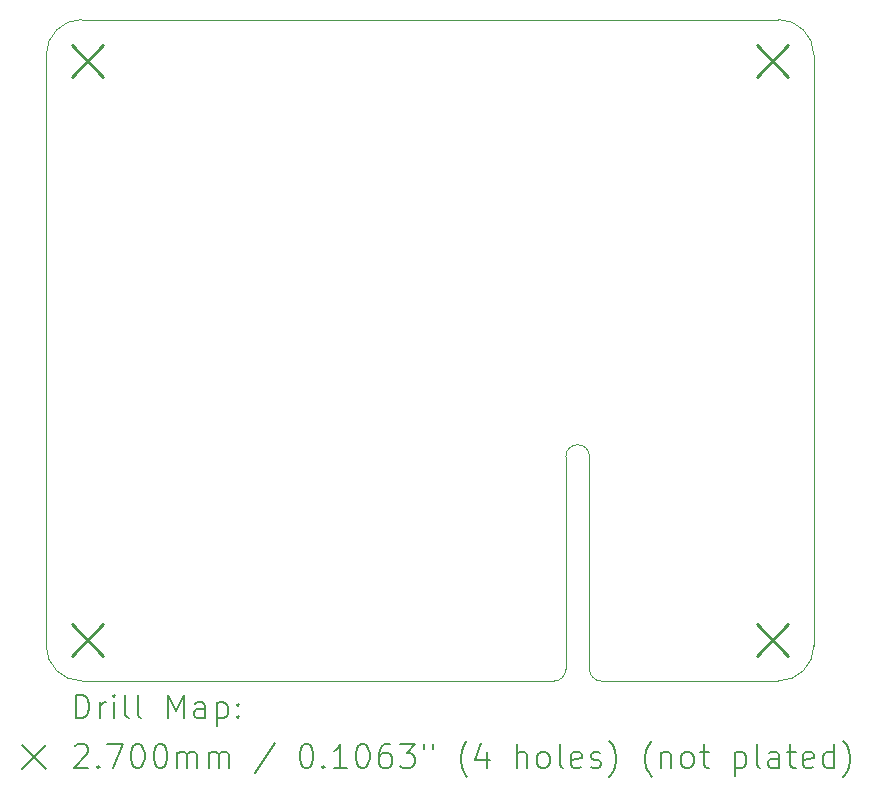
<source format=gbr>
%FSLAX45Y45*%
G04 Gerber Fmt 4.5, Leading zero omitted, Abs format (unit mm)*
G04 Created by KiCad (PCBNEW 6.0.2+dfsg-1) date 2022-08-15 18:06:53*
%MOMM*%
%LPD*%
G01*
G04 APERTURE LIST*
%TA.AperFunction,Profile*%
%ADD10C,0.100000*%
%TD*%
%ADD11C,0.200000*%
%ADD12C,0.270000*%
G04 APERTURE END LIST*
D10*
X13575000Y-8732500D02*
G75*
G03*
X13375000Y-8732500I-100000J0D01*
G01*
X15475000Y-5332500D02*
G75*
G03*
X15175000Y-5032500I-300000J0D01*
G01*
X15175000Y-5032500D02*
X9275000Y-5032500D01*
X13575000Y-8732500D02*
X13575000Y-10532500D01*
X9275000Y-10632500D02*
X13275000Y-10632500D01*
X9275000Y-5032500D02*
G75*
G03*
X8975000Y-5332500I0J-300000D01*
G01*
X13575000Y-10532500D02*
G75*
G03*
X13675000Y-10632500I100000J0D01*
G01*
X8975000Y-10332500D02*
G75*
G03*
X9275000Y-10632500I300000J0D01*
G01*
X15175000Y-10632500D02*
G75*
G03*
X15475000Y-10332500I0J300000D01*
G01*
X15475000Y-10332500D02*
X15475000Y-5332500D01*
X8975000Y-5332500D02*
X8975000Y-10332500D01*
X13675000Y-10632500D02*
X15175000Y-10632500D01*
X13275000Y-10632500D02*
G75*
G03*
X13375000Y-10532500I1J99999D01*
G01*
X13375000Y-10532500D02*
X13375000Y-8732500D01*
D11*
D12*
X9190000Y-5247500D02*
X9460000Y-5517500D01*
X9460000Y-5247500D02*
X9190000Y-5517500D01*
X9190000Y-10147500D02*
X9460000Y-10417500D01*
X9460000Y-10147500D02*
X9190000Y-10417500D01*
X14990000Y-5247500D02*
X15260000Y-5517500D01*
X15260000Y-5247500D02*
X14990000Y-5517500D01*
X14990000Y-10147500D02*
X15260000Y-10417500D01*
X15260000Y-10147500D02*
X14990000Y-10417500D01*
D11*
X9227619Y-10947976D02*
X9227619Y-10747976D01*
X9275238Y-10747976D01*
X9303810Y-10757500D01*
X9322857Y-10776548D01*
X9332381Y-10795595D01*
X9341905Y-10833690D01*
X9341905Y-10862262D01*
X9332381Y-10900357D01*
X9322857Y-10919405D01*
X9303810Y-10938452D01*
X9275238Y-10947976D01*
X9227619Y-10947976D01*
X9427619Y-10947976D02*
X9427619Y-10814643D01*
X9427619Y-10852738D02*
X9437143Y-10833690D01*
X9446667Y-10824167D01*
X9465714Y-10814643D01*
X9484762Y-10814643D01*
X9551429Y-10947976D02*
X9551429Y-10814643D01*
X9551429Y-10747976D02*
X9541905Y-10757500D01*
X9551429Y-10767024D01*
X9560952Y-10757500D01*
X9551429Y-10747976D01*
X9551429Y-10767024D01*
X9675238Y-10947976D02*
X9656190Y-10938452D01*
X9646667Y-10919405D01*
X9646667Y-10747976D01*
X9780000Y-10947976D02*
X9760952Y-10938452D01*
X9751429Y-10919405D01*
X9751429Y-10747976D01*
X10008571Y-10947976D02*
X10008571Y-10747976D01*
X10075238Y-10890833D01*
X10141905Y-10747976D01*
X10141905Y-10947976D01*
X10322857Y-10947976D02*
X10322857Y-10843214D01*
X10313333Y-10824167D01*
X10294286Y-10814643D01*
X10256190Y-10814643D01*
X10237143Y-10824167D01*
X10322857Y-10938452D02*
X10303810Y-10947976D01*
X10256190Y-10947976D01*
X10237143Y-10938452D01*
X10227619Y-10919405D01*
X10227619Y-10900357D01*
X10237143Y-10881310D01*
X10256190Y-10871786D01*
X10303810Y-10871786D01*
X10322857Y-10862262D01*
X10418095Y-10814643D02*
X10418095Y-11014643D01*
X10418095Y-10824167D02*
X10437143Y-10814643D01*
X10475238Y-10814643D01*
X10494286Y-10824167D01*
X10503810Y-10833690D01*
X10513333Y-10852738D01*
X10513333Y-10909881D01*
X10503810Y-10928929D01*
X10494286Y-10938452D01*
X10475238Y-10947976D01*
X10437143Y-10947976D01*
X10418095Y-10938452D01*
X10599048Y-10928929D02*
X10608571Y-10938452D01*
X10599048Y-10947976D01*
X10589524Y-10938452D01*
X10599048Y-10928929D01*
X10599048Y-10947976D01*
X10599048Y-10824167D02*
X10608571Y-10833690D01*
X10599048Y-10843214D01*
X10589524Y-10833690D01*
X10599048Y-10824167D01*
X10599048Y-10843214D01*
X8770000Y-11177500D02*
X8970000Y-11377500D01*
X8970000Y-11177500D02*
X8770000Y-11377500D01*
X9218095Y-11187024D02*
X9227619Y-11177500D01*
X9246667Y-11167976D01*
X9294286Y-11167976D01*
X9313333Y-11177500D01*
X9322857Y-11187024D01*
X9332381Y-11206071D01*
X9332381Y-11225119D01*
X9322857Y-11253690D01*
X9208571Y-11367976D01*
X9332381Y-11367976D01*
X9418095Y-11348928D02*
X9427619Y-11358452D01*
X9418095Y-11367976D01*
X9408571Y-11358452D01*
X9418095Y-11348928D01*
X9418095Y-11367976D01*
X9494286Y-11167976D02*
X9627619Y-11167976D01*
X9541905Y-11367976D01*
X9741905Y-11167976D02*
X9760952Y-11167976D01*
X9780000Y-11177500D01*
X9789524Y-11187024D01*
X9799048Y-11206071D01*
X9808571Y-11244167D01*
X9808571Y-11291786D01*
X9799048Y-11329881D01*
X9789524Y-11348928D01*
X9780000Y-11358452D01*
X9760952Y-11367976D01*
X9741905Y-11367976D01*
X9722857Y-11358452D01*
X9713333Y-11348928D01*
X9703810Y-11329881D01*
X9694286Y-11291786D01*
X9694286Y-11244167D01*
X9703810Y-11206071D01*
X9713333Y-11187024D01*
X9722857Y-11177500D01*
X9741905Y-11167976D01*
X9932381Y-11167976D02*
X9951429Y-11167976D01*
X9970476Y-11177500D01*
X9980000Y-11187024D01*
X9989524Y-11206071D01*
X9999048Y-11244167D01*
X9999048Y-11291786D01*
X9989524Y-11329881D01*
X9980000Y-11348928D01*
X9970476Y-11358452D01*
X9951429Y-11367976D01*
X9932381Y-11367976D01*
X9913333Y-11358452D01*
X9903810Y-11348928D01*
X9894286Y-11329881D01*
X9884762Y-11291786D01*
X9884762Y-11244167D01*
X9894286Y-11206071D01*
X9903810Y-11187024D01*
X9913333Y-11177500D01*
X9932381Y-11167976D01*
X10084762Y-11367976D02*
X10084762Y-11234643D01*
X10084762Y-11253690D02*
X10094286Y-11244167D01*
X10113333Y-11234643D01*
X10141905Y-11234643D01*
X10160952Y-11244167D01*
X10170476Y-11263214D01*
X10170476Y-11367976D01*
X10170476Y-11263214D02*
X10180000Y-11244167D01*
X10199048Y-11234643D01*
X10227619Y-11234643D01*
X10246667Y-11244167D01*
X10256190Y-11263214D01*
X10256190Y-11367976D01*
X10351429Y-11367976D02*
X10351429Y-11234643D01*
X10351429Y-11253690D02*
X10360952Y-11244167D01*
X10380000Y-11234643D01*
X10408571Y-11234643D01*
X10427619Y-11244167D01*
X10437143Y-11263214D01*
X10437143Y-11367976D01*
X10437143Y-11263214D02*
X10446667Y-11244167D01*
X10465714Y-11234643D01*
X10494286Y-11234643D01*
X10513333Y-11244167D01*
X10522857Y-11263214D01*
X10522857Y-11367976D01*
X10913333Y-11158452D02*
X10741905Y-11415595D01*
X11170476Y-11167976D02*
X11189524Y-11167976D01*
X11208571Y-11177500D01*
X11218095Y-11187024D01*
X11227619Y-11206071D01*
X11237143Y-11244167D01*
X11237143Y-11291786D01*
X11227619Y-11329881D01*
X11218095Y-11348928D01*
X11208571Y-11358452D01*
X11189524Y-11367976D01*
X11170476Y-11367976D01*
X11151429Y-11358452D01*
X11141905Y-11348928D01*
X11132381Y-11329881D01*
X11122857Y-11291786D01*
X11122857Y-11244167D01*
X11132381Y-11206071D01*
X11141905Y-11187024D01*
X11151429Y-11177500D01*
X11170476Y-11167976D01*
X11322857Y-11348928D02*
X11332381Y-11358452D01*
X11322857Y-11367976D01*
X11313333Y-11358452D01*
X11322857Y-11348928D01*
X11322857Y-11367976D01*
X11522857Y-11367976D02*
X11408571Y-11367976D01*
X11465714Y-11367976D02*
X11465714Y-11167976D01*
X11446667Y-11196548D01*
X11427619Y-11215595D01*
X11408571Y-11225119D01*
X11646667Y-11167976D02*
X11665714Y-11167976D01*
X11684762Y-11177500D01*
X11694286Y-11187024D01*
X11703809Y-11206071D01*
X11713333Y-11244167D01*
X11713333Y-11291786D01*
X11703809Y-11329881D01*
X11694286Y-11348928D01*
X11684762Y-11358452D01*
X11665714Y-11367976D01*
X11646667Y-11367976D01*
X11627619Y-11358452D01*
X11618095Y-11348928D01*
X11608571Y-11329881D01*
X11599048Y-11291786D01*
X11599048Y-11244167D01*
X11608571Y-11206071D01*
X11618095Y-11187024D01*
X11627619Y-11177500D01*
X11646667Y-11167976D01*
X11884762Y-11167976D02*
X11846667Y-11167976D01*
X11827619Y-11177500D01*
X11818095Y-11187024D01*
X11799048Y-11215595D01*
X11789524Y-11253690D01*
X11789524Y-11329881D01*
X11799048Y-11348928D01*
X11808571Y-11358452D01*
X11827619Y-11367976D01*
X11865714Y-11367976D01*
X11884762Y-11358452D01*
X11894286Y-11348928D01*
X11903809Y-11329881D01*
X11903809Y-11282262D01*
X11894286Y-11263214D01*
X11884762Y-11253690D01*
X11865714Y-11244167D01*
X11827619Y-11244167D01*
X11808571Y-11253690D01*
X11799048Y-11263214D01*
X11789524Y-11282262D01*
X11970476Y-11167976D02*
X12094286Y-11167976D01*
X12027619Y-11244167D01*
X12056190Y-11244167D01*
X12075238Y-11253690D01*
X12084762Y-11263214D01*
X12094286Y-11282262D01*
X12094286Y-11329881D01*
X12084762Y-11348928D01*
X12075238Y-11358452D01*
X12056190Y-11367976D01*
X11999048Y-11367976D01*
X11980000Y-11358452D01*
X11970476Y-11348928D01*
X12170476Y-11167976D02*
X12170476Y-11206071D01*
X12246667Y-11167976D02*
X12246667Y-11206071D01*
X12541905Y-11444167D02*
X12532381Y-11434643D01*
X12513333Y-11406071D01*
X12503809Y-11387024D01*
X12494286Y-11358452D01*
X12484762Y-11310833D01*
X12484762Y-11272738D01*
X12494286Y-11225119D01*
X12503809Y-11196548D01*
X12513333Y-11177500D01*
X12532381Y-11148929D01*
X12541905Y-11139405D01*
X12703809Y-11234643D02*
X12703809Y-11367976D01*
X12656190Y-11158452D02*
X12608571Y-11301309D01*
X12732381Y-11301309D01*
X12960952Y-11367976D02*
X12960952Y-11167976D01*
X13046667Y-11367976D02*
X13046667Y-11263214D01*
X13037143Y-11244167D01*
X13018095Y-11234643D01*
X12989524Y-11234643D01*
X12970476Y-11244167D01*
X12960952Y-11253690D01*
X13170476Y-11367976D02*
X13151428Y-11358452D01*
X13141905Y-11348928D01*
X13132381Y-11329881D01*
X13132381Y-11272738D01*
X13141905Y-11253690D01*
X13151428Y-11244167D01*
X13170476Y-11234643D01*
X13199048Y-11234643D01*
X13218095Y-11244167D01*
X13227619Y-11253690D01*
X13237143Y-11272738D01*
X13237143Y-11329881D01*
X13227619Y-11348928D01*
X13218095Y-11358452D01*
X13199048Y-11367976D01*
X13170476Y-11367976D01*
X13351428Y-11367976D02*
X13332381Y-11358452D01*
X13322857Y-11339405D01*
X13322857Y-11167976D01*
X13503809Y-11358452D02*
X13484762Y-11367976D01*
X13446667Y-11367976D01*
X13427619Y-11358452D01*
X13418095Y-11339405D01*
X13418095Y-11263214D01*
X13427619Y-11244167D01*
X13446667Y-11234643D01*
X13484762Y-11234643D01*
X13503809Y-11244167D01*
X13513333Y-11263214D01*
X13513333Y-11282262D01*
X13418095Y-11301309D01*
X13589524Y-11358452D02*
X13608571Y-11367976D01*
X13646667Y-11367976D01*
X13665714Y-11358452D01*
X13675238Y-11339405D01*
X13675238Y-11329881D01*
X13665714Y-11310833D01*
X13646667Y-11301309D01*
X13618095Y-11301309D01*
X13599048Y-11291786D01*
X13589524Y-11272738D01*
X13589524Y-11263214D01*
X13599048Y-11244167D01*
X13618095Y-11234643D01*
X13646667Y-11234643D01*
X13665714Y-11244167D01*
X13741905Y-11444167D02*
X13751428Y-11434643D01*
X13770476Y-11406071D01*
X13780000Y-11387024D01*
X13789524Y-11358452D01*
X13799048Y-11310833D01*
X13799048Y-11272738D01*
X13789524Y-11225119D01*
X13780000Y-11196548D01*
X13770476Y-11177500D01*
X13751428Y-11148929D01*
X13741905Y-11139405D01*
X14103809Y-11444167D02*
X14094286Y-11434643D01*
X14075238Y-11406071D01*
X14065714Y-11387024D01*
X14056190Y-11358452D01*
X14046667Y-11310833D01*
X14046667Y-11272738D01*
X14056190Y-11225119D01*
X14065714Y-11196548D01*
X14075238Y-11177500D01*
X14094286Y-11148929D01*
X14103809Y-11139405D01*
X14180000Y-11234643D02*
X14180000Y-11367976D01*
X14180000Y-11253690D02*
X14189524Y-11244167D01*
X14208571Y-11234643D01*
X14237143Y-11234643D01*
X14256190Y-11244167D01*
X14265714Y-11263214D01*
X14265714Y-11367976D01*
X14389524Y-11367976D02*
X14370476Y-11358452D01*
X14360952Y-11348928D01*
X14351428Y-11329881D01*
X14351428Y-11272738D01*
X14360952Y-11253690D01*
X14370476Y-11244167D01*
X14389524Y-11234643D01*
X14418095Y-11234643D01*
X14437143Y-11244167D01*
X14446667Y-11253690D01*
X14456190Y-11272738D01*
X14456190Y-11329881D01*
X14446667Y-11348928D01*
X14437143Y-11358452D01*
X14418095Y-11367976D01*
X14389524Y-11367976D01*
X14513333Y-11234643D02*
X14589524Y-11234643D01*
X14541905Y-11167976D02*
X14541905Y-11339405D01*
X14551428Y-11358452D01*
X14570476Y-11367976D01*
X14589524Y-11367976D01*
X14808571Y-11234643D02*
X14808571Y-11434643D01*
X14808571Y-11244167D02*
X14827619Y-11234643D01*
X14865714Y-11234643D01*
X14884762Y-11244167D01*
X14894286Y-11253690D01*
X14903809Y-11272738D01*
X14903809Y-11329881D01*
X14894286Y-11348928D01*
X14884762Y-11358452D01*
X14865714Y-11367976D01*
X14827619Y-11367976D01*
X14808571Y-11358452D01*
X15018095Y-11367976D02*
X14999048Y-11358452D01*
X14989524Y-11339405D01*
X14989524Y-11167976D01*
X15180000Y-11367976D02*
X15180000Y-11263214D01*
X15170476Y-11244167D01*
X15151428Y-11234643D01*
X15113333Y-11234643D01*
X15094286Y-11244167D01*
X15180000Y-11358452D02*
X15160952Y-11367976D01*
X15113333Y-11367976D01*
X15094286Y-11358452D01*
X15084762Y-11339405D01*
X15084762Y-11320357D01*
X15094286Y-11301309D01*
X15113333Y-11291786D01*
X15160952Y-11291786D01*
X15180000Y-11282262D01*
X15246667Y-11234643D02*
X15322857Y-11234643D01*
X15275238Y-11167976D02*
X15275238Y-11339405D01*
X15284762Y-11358452D01*
X15303809Y-11367976D01*
X15322857Y-11367976D01*
X15465714Y-11358452D02*
X15446667Y-11367976D01*
X15408571Y-11367976D01*
X15389524Y-11358452D01*
X15380000Y-11339405D01*
X15380000Y-11263214D01*
X15389524Y-11244167D01*
X15408571Y-11234643D01*
X15446667Y-11234643D01*
X15465714Y-11244167D01*
X15475238Y-11263214D01*
X15475238Y-11282262D01*
X15380000Y-11301309D01*
X15646667Y-11367976D02*
X15646667Y-11167976D01*
X15646667Y-11358452D02*
X15627619Y-11367976D01*
X15589524Y-11367976D01*
X15570476Y-11358452D01*
X15560952Y-11348928D01*
X15551428Y-11329881D01*
X15551428Y-11272738D01*
X15560952Y-11253690D01*
X15570476Y-11244167D01*
X15589524Y-11234643D01*
X15627619Y-11234643D01*
X15646667Y-11244167D01*
X15722857Y-11444167D02*
X15732381Y-11434643D01*
X15751428Y-11406071D01*
X15760952Y-11387024D01*
X15770476Y-11358452D01*
X15780000Y-11310833D01*
X15780000Y-11272738D01*
X15770476Y-11225119D01*
X15760952Y-11196548D01*
X15751428Y-11177500D01*
X15732381Y-11148929D01*
X15722857Y-11139405D01*
M02*

</source>
